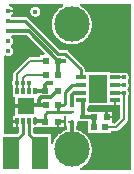
<source format=gbl>
G04*
G04 #@! TF.GenerationSoftware,Altium Limited,Altium Designer,20.0.10 (225)*
G04*
G04 Layer_Physical_Order=2*
G04 Layer_Color=417716*
%FSLAX44Y44*%
%MOMM*%
G71*
G01*
G75*
%ADD14C,0.3000*%
%ADD15C,0.2000*%
%ADD16C,0.4500*%
%ADD17C,3.0000*%
%ADD18R,0.5000X0.6000*%
%ADD19R,1.4000X2.8000*%
%ADD20R,0.6000X0.5000*%
G04:AMPARAMS|DCode=21|XSize=0.85mm|YSize=0.35mm|CornerRadius=0.0875mm|HoleSize=0mm|Usage=FLASHONLY|Rotation=0.000|XOffset=0mm|YOffset=0mm|HoleType=Round|Shape=RoundedRectangle|*
%AMROUNDEDRECTD21*
21,1,0.8500,0.1750,0,0,0.0*
21,1,0.6750,0.3500,0,0,0.0*
1,1,0.1750,0.3375,-0.0875*
1,1,0.1750,-0.3375,-0.0875*
1,1,0.1750,-0.3375,0.0875*
1,1,0.1750,0.3375,0.0875*
%
%ADD21ROUNDEDRECTD21*%
%ADD22R,0.8500X0.3500*%
%ADD23R,1.6000X2.4000*%
%ADD24R,0.3000X0.6000*%
G04:AMPARAMS|DCode=25|XSize=0.6mm|YSize=0.3mm|CornerRadius=0.075mm|HoleSize=0mm|Usage=FLASHONLY|Rotation=90.000|XOffset=0mm|YOffset=0mm|HoleType=Round|Shape=RoundedRectangle|*
%AMROUNDEDRECTD25*
21,1,0.6000,0.1500,0,0,90.0*
21,1,0.4500,0.3000,0,0,90.0*
1,1,0.1500,0.0750,0.2250*
1,1,0.1500,0.0750,-0.2250*
1,1,0.1500,-0.0750,-0.2250*
1,1,0.1500,-0.0750,0.2250*
%
%ADD25ROUNDEDRECTD25*%
%ADD26R,1.4600X1.4600*%
%ADD27R,0.5200X0.3600*%
%ADD28R,0.5200X0.2700*%
%ADD29C,0.2500*%
G36*
X109992Y2508D02*
X67242D01*
X66918Y4008D01*
X67486Y4265D01*
X68467Y4790D01*
X69413Y5378D01*
X70317Y6026D01*
X71178Y6732D01*
X71990Y7493D01*
X72751Y8305D01*
X73457Y9165D01*
X74105Y10070D01*
X74693Y11015D01*
X75218Y11997D01*
X75677Y13011D01*
X76069Y14053D01*
X76392Y15118D01*
X76645Y16202D01*
X76826Y17300D01*
X76936Y18408D01*
X76972Y19520D01*
X76936Y20633D01*
X76826Y21740D01*
X76645Y22838D01*
X76392Y23922D01*
X76069Y24987D01*
X75677Y26029D01*
X75218Y27043D01*
X74693Y28025D01*
X74105Y28970D01*
X73457Y29874D01*
X72751Y30735D01*
X71990Y31547D01*
X71178Y32308D01*
X70317Y33014D01*
X69413Y33663D01*
X68467Y34250D01*
X67486Y34775D01*
X66472Y35234D01*
X65430Y35626D01*
X64365Y35950D01*
X63334Y36190D01*
Y39801D01*
X64290D01*
Y42079D01*
X64840Y43351D01*
X65790Y43351D01*
X73427D01*
Y42526D01*
X73927D01*
Y33272D01*
X82427D01*
X82927Y33272D01*
Y33272D01*
X83927D01*
Y33272D01*
X92927D01*
Y35263D01*
X97565D01*
X98036Y35300D01*
X98495Y35410D01*
X98931Y35591D01*
X99334Y35838D01*
X99693Y36144D01*
X106378Y42829D01*
X106684Y43188D01*
X106931Y43590D01*
X107112Y44027D01*
X107222Y44486D01*
X107259Y44957D01*
Y64771D01*
X107379Y64907D01*
X107688Y65370D01*
X107935Y65870D01*
X108114Y66398D01*
X108223Y66944D01*
X108259Y67500D01*
X108223Y68056D01*
X108114Y68602D01*
X107935Y69130D01*
X107688Y69630D01*
X107379Y70093D01*
X107109Y70750D01*
X107379Y71407D01*
X107688Y71870D01*
X107935Y72370D01*
X108114Y72898D01*
X108223Y73444D01*
X108259Y74000D01*
X108223Y74556D01*
X108114Y75102D01*
X107935Y75630D01*
X107688Y76129D01*
X107379Y76593D01*
X107011Y77012D01*
X107379Y77907D01*
X107688Y78370D01*
X107935Y78870D01*
X108114Y79398D01*
X108223Y79944D01*
X108259Y80500D01*
X108223Y81056D01*
X108114Y81602D01*
X107935Y82130D01*
X107688Y82630D01*
X107379Y83093D01*
X107011Y83512D01*
X106593Y83879D01*
X106129Y84188D01*
X105630Y84435D01*
X105102Y84614D01*
X104556Y84723D01*
X104000Y84759D01*
X103444Y84723D01*
X102898Y84614D01*
X102370Y84435D01*
X102292Y84396D01*
X92083D01*
Y84896D01*
X72083D01*
X70840Y85517D01*
Y87568D01*
X70812Y87993D01*
X70729Y88411D01*
X70592Y88815D01*
X70403Y89197D01*
X70167Y89551D01*
X69886Y89871D01*
X56704Y103053D01*
X56384Y103334D01*
X56030Y103571D01*
X55648Y103759D01*
X55244Y103896D01*
X54826Y103979D01*
X54401Y104007D01*
X49357D01*
X22744Y130620D01*
X22424Y130901D01*
X22069Y131137D01*
X21687Y131326D01*
X21284Y131463D01*
X20866Y131546D01*
X20441Y131574D01*
X9017D01*
X8878Y131696D01*
X8749Y132094D01*
Y133039D01*
X8878Y133438D01*
X9297Y133805D01*
X9664Y134224D01*
X9974Y134687D01*
X10220Y135187D01*
X10399Y135714D01*
X10419Y135817D01*
X6285D01*
Y137817D01*
X10419D01*
X10399Y137919D01*
X10220Y138447D01*
X9974Y138946D01*
X9664Y139410D01*
X9297Y139828D01*
X8878Y140196D01*
X8415Y140505D01*
X7915Y140752D01*
X7387Y140931D01*
X7078Y140992D01*
X7225Y142492D01*
X52595D01*
X52919Y140992D01*
X52440Y140775D01*
X51458Y140250D01*
X50513Y139663D01*
X49608Y139014D01*
X48748Y138308D01*
X47936Y137547D01*
X47175Y136735D01*
X46469Y135875D01*
X45820Y134970D01*
X45233Y134025D01*
X44708Y133043D01*
X44248Y132029D01*
X43856Y130987D01*
X43533Y129922D01*
X43281Y128838D01*
X43099Y127740D01*
X42990Y126632D01*
X42954Y125520D01*
X42990Y124408D01*
X43099Y123300D01*
X43281Y122202D01*
X43533Y121118D01*
X43856Y120053D01*
X44248Y119011D01*
X44708Y117997D01*
X45233Y117015D01*
X45820Y116070D01*
X46469Y115166D01*
X47175Y114305D01*
X47936Y113493D01*
X48748Y112732D01*
X49608Y112026D01*
X50513Y111377D01*
X51458Y110790D01*
X52440Y110265D01*
X53454Y109806D01*
X54495Y109414D01*
X55561Y109090D01*
X56645Y108838D01*
X57743Y108656D01*
X58850Y108547D01*
X59963Y108511D01*
X61075Y108547D01*
X62183Y108656D01*
X63281Y108838D01*
X64365Y109090D01*
X65430Y109414D01*
X66472Y109806D01*
X67486Y110265D01*
X68467Y110790D01*
X69413Y111377D01*
X70317Y112026D01*
X71178Y112732D01*
X71990Y113493D01*
X72751Y114305D01*
X73457Y115166D01*
X74105Y116070D01*
X74693Y117015D01*
X75218Y117997D01*
X75677Y119011D01*
X76069Y120053D01*
X76392Y121118D01*
X76645Y122202D01*
X76826Y123300D01*
X76936Y124408D01*
X76972Y125520D01*
X76936Y126632D01*
X76826Y127740D01*
X76645Y128838D01*
X76392Y129922D01*
X76069Y130987D01*
X75677Y132029D01*
X75218Y133043D01*
X74693Y134025D01*
X74105Y134970D01*
X73457Y135875D01*
X72751Y136735D01*
X71990Y137547D01*
X71178Y138308D01*
X70317Y139014D01*
X69413Y139663D01*
X68467Y140250D01*
X67486Y140775D01*
X67006Y140992D01*
X67330Y142492D01*
X109992D01*
Y2508D01*
D02*
G37*
G36*
X37102Y101109D02*
X36528Y99723D01*
X33427D01*
Y97732D01*
X24973D01*
X24502Y97696D01*
X24043Y97585D01*
X23607Y97404D01*
X23205Y97158D01*
X22845Y96851D01*
X11372Y85378D01*
X11065Y85019D01*
X10819Y84616D01*
X10638Y84180D01*
X10528Y83721D01*
X10491Y83250D01*
Y79014D01*
X10488Y79012D01*
X10121Y78593D01*
X9811Y78130D01*
X9565Y77630D01*
X9386Y77102D01*
X9277Y76556D01*
X9241Y76000D01*
X9277Y75444D01*
X9386Y74898D01*
X9565Y74370D01*
X9811Y73871D01*
X9997Y73593D01*
Y64286D01*
X11697D01*
Y57287D01*
X20997D01*
Y55286D01*
X11697D01*
Y48286D01*
X9997D01*
Y44286D01*
X13497D01*
Y43286D01*
X14497D01*
Y38286D01*
X15240D01*
Y34346D01*
X13394Y32500D01*
X2508D01*
Y98482D01*
X3011Y98888D01*
X4008Y99227D01*
X4156Y99128D01*
X4655Y98882D01*
X5183Y98703D01*
X5729Y98594D01*
X6285Y98558D01*
X6841Y98594D01*
X7387Y98703D01*
X7915Y98882D01*
X8415Y99128D01*
X8878Y99438D01*
X9297Y99805D01*
X9664Y100224D01*
X9974Y100687D01*
X10220Y101187D01*
X10399Y101714D01*
X10508Y102261D01*
X10544Y102817D01*
X10508Y103373D01*
X10399Y103919D01*
X10220Y104447D01*
X9974Y104946D01*
X9664Y105409D01*
X9297Y105828D01*
X8878Y106196D01*
X8749Y106594D01*
Y107539D01*
X8878Y107938D01*
X9297Y108305D01*
X9664Y108724D01*
X9974Y109187D01*
X10220Y109687D01*
X10399Y110214D01*
X10508Y110761D01*
X10544Y111317D01*
X10508Y111873D01*
X10399Y112419D01*
X10220Y112947D01*
X9974Y113446D01*
X9664Y113910D01*
X9297Y114328D01*
X8878Y114696D01*
X8799Y114940D01*
X9527Y116309D01*
X21902D01*
X37102Y101109D01*
D02*
G37*
G36*
X97583Y57396D02*
X101241D01*
Y46203D01*
X96426Y41389D01*
X94922Y41529D01*
X94427Y42525D01*
Y46025D01*
X89427D01*
Y47025D01*
X88427D01*
Y51525D01*
X84927D01*
X83492Y51526D01*
X83427Y51526D01*
Y51526D01*
X73427D01*
X72894Y52806D01*
Y53723D01*
X72945Y53799D01*
X73191Y54299D01*
X73370Y54826D01*
X73479Y55373D01*
X73515Y55928D01*
X74821Y56896D01*
X92083D01*
Y57396D01*
X95583D01*
Y61146D01*
X97583D01*
Y57396D01*
D02*
G37*
G36*
X55090Y46501D02*
X55090Y46301D01*
Y39801D01*
X56319D01*
Y36126D01*
X55561Y35950D01*
X54495Y35626D01*
X53454Y35234D01*
X52440Y34775D01*
X51458Y34250D01*
X50513Y33663D01*
X49608Y33014D01*
X48748Y32308D01*
X47936Y31547D01*
X47175Y30735D01*
X46469Y29874D01*
X45820Y28970D01*
X45233Y28025D01*
X44708Y27043D01*
X44248Y26029D01*
X43856Y24987D01*
X43533Y23922D01*
X43500Y23779D01*
X42000Y23952D01*
Y32500D01*
X28323D01*
X26754Y34069D01*
Y36904D01*
X26863Y37179D01*
X27747Y38278D01*
X29247D01*
X29678Y38312D01*
X30099Y38413D01*
X30499Y38579D01*
X30868Y38805D01*
X32321Y38679D01*
X32321Y38679D01*
X41820D01*
X43320Y38678D01*
X43821Y38678D01*
X47321D01*
Y43178D01*
X48321D01*
Y44178D01*
X53320D01*
X53320Y47678D01*
X54731Y47894D01*
X54832D01*
X55090Y46501D01*
D02*
G37*
%LPC*%
G36*
X29040Y140576D02*
X28484Y140539D01*
X27937Y140431D01*
X27410Y140252D01*
X26910Y140005D01*
X26447Y139696D01*
X26028Y139328D01*
X25661Y138910D01*
X25351Y138446D01*
X25105Y137947D01*
X24926Y137419D01*
X24817Y136873D01*
X24780Y136317D01*
X24817Y135761D01*
X24926Y135214D01*
X25105Y134687D01*
X25351Y134187D01*
X25661Y133724D01*
X26028Y133305D01*
X26447Y132938D01*
X26910Y132628D01*
X27410Y132382D01*
X27937Y132203D01*
X28484Y132094D01*
X29040Y132058D01*
X29595Y132094D01*
X30142Y132203D01*
X30670Y132382D01*
X31169Y132628D01*
X31632Y132938D01*
X32051Y133305D01*
X32419Y133724D01*
X32728Y134187D01*
X32975Y134687D01*
X33154Y135214D01*
X33262Y135761D01*
X33299Y136317D01*
X33262Y136873D01*
X33154Y137419D01*
X32975Y137947D01*
X32728Y138446D01*
X32419Y138910D01*
X32051Y139328D01*
X31632Y139696D01*
X31169Y140005D01*
X30670Y140252D01*
X30142Y140431D01*
X29595Y140539D01*
X29040Y140576D01*
D02*
G37*
G36*
X12497Y42286D02*
X9997D01*
Y38286D01*
X12497D01*
Y42286D01*
D02*
G37*
G36*
X94427Y51525D02*
X90427D01*
Y48025D01*
X94427D01*
Y51525D01*
D02*
G37*
G36*
X53320Y42178D02*
X49321D01*
Y38678D01*
X53320D01*
Y42178D01*
D02*
G37*
%LPD*%
D14*
X20997Y57021D02*
X31500D01*
X7286Y56286D02*
X20997D01*
X7250Y56250D02*
X7286Y56286D01*
X31500Y57021D02*
X37927D01*
X32000Y57521D02*
Y61750D01*
X31500Y57021D02*
X32000Y57521D01*
X34230Y63980D02*
X42622D01*
X32000Y61750D02*
X34230Y63980D01*
X47820Y69179D02*
X48320D01*
X42622Y63980D02*
X47820Y69179D01*
X67583Y67646D02*
X69333D01*
X62146D02*
X67583D01*
X6285Y119817D02*
X23355D01*
X46927Y95723D02*
X47927Y94723D01*
X23355Y119817D02*
X46927Y96245D01*
Y95723D02*
Y96245D01*
X69386Y47205D02*
Y61093D01*
X47927Y94724D02*
X53480D01*
X47927Y94723D02*
X47927Y94724D01*
X37250Y74000D02*
X39250Y76000D01*
X42750D02*
X42750Y76000D01*
X39250Y76000D02*
X42750D01*
X28497Y69180D02*
X37274D01*
Y69156D02*
X37285Y69145D01*
X37274Y69156D02*
Y69180D01*
X37250Y69251D02*
X37321Y69180D01*
X37250Y69251D02*
Y74000D01*
X20997Y56286D02*
Y57021D01*
X47927Y82725D02*
Y94723D01*
X78427Y38272D02*
X78427Y38272D01*
Y47026D01*
X78427Y47026D01*
X37285Y69145D02*
X37321Y69180D01*
X60000Y57000D02*
Y65500D01*
X62146Y67646D01*
X69440Y47151D02*
X69502Y47089D01*
X78365D01*
X78427Y47026D01*
X69386Y47205D02*
X69440Y47151D01*
X69333Y61146D02*
X69386Y61093D01*
X28497Y69180D02*
Y69286D01*
X59826Y19657D02*
Y43015D01*
Y19657D02*
X59963Y19520D01*
X29514Y43233D02*
X37267D01*
D15*
X104250Y44957D02*
Y67500D01*
X98406Y67573D02*
X104000D01*
X98406Y74073D02*
X104000D01*
X98406Y80573D02*
X104000D01*
X97565Y38272D02*
X104250Y44957D01*
X88427Y38272D02*
X97565D01*
X13498Y75998D02*
X13500Y76000D01*
Y83250D01*
X24973Y94723D02*
X37927D01*
X13500Y83250D02*
X24973Y94723D01*
X18500Y76000D02*
Y80097D01*
X21128Y82725D02*
X37927D01*
X18500Y80097D02*
X21128Y82725D01*
X18500Y76000D02*
X18500Y76000D01*
X13498Y69288D02*
Y75998D01*
X18498Y69288D02*
Y75998D01*
X23497Y69286D02*
X23498Y69288D01*
Y75998D01*
X23500Y76000D01*
X98333Y80646D02*
X98406Y80573D01*
D16*
X29040Y136317D02*
D03*
X6285Y128317D02*
D03*
Y102817D02*
D03*
Y111317D02*
D03*
Y119817D02*
D03*
Y136817D02*
D03*
X77250Y88500D02*
D03*
X6750Y52500D02*
D03*
Y60250D02*
D03*
X37000Y36250D02*
D03*
X31000D02*
D03*
X53480Y94724D02*
D03*
X42750Y76000D02*
D03*
X97250Y51250D02*
D03*
Y46000D02*
D03*
X17000Y139000D02*
D03*
X39000Y131000D02*
D03*
Y139000D02*
D03*
X20000Y113000D02*
D03*
X14000D02*
D03*
X105000Y15000D02*
D03*
X95000D02*
D03*
X85000D02*
D03*
Y5000D02*
D03*
X95000D02*
D03*
X105000D02*
D03*
Y125000D02*
D03*
X95000D02*
D03*
X85000D02*
D03*
Y135000D02*
D03*
X95000D02*
D03*
X105000D02*
D03*
X69256Y55928D02*
D03*
X13500Y76000D02*
D03*
X18500D02*
D03*
X23500D02*
D03*
X104000Y67500D02*
D03*
Y74000D02*
D03*
Y80500D02*
D03*
X60000Y57000D02*
D03*
D17*
X59963Y19520D02*
D03*
Y125520D02*
D03*
D18*
X47927Y94723D02*
D03*
X37927D02*
D03*
X47927Y82725D02*
D03*
X37927D02*
D03*
X78427Y38272D02*
D03*
X88427D02*
D03*
X37927Y57021D02*
D03*
X47927D02*
D03*
D19*
X32929Y16279D02*
D03*
X8929Y16279D02*
D03*
D20*
X48320Y69179D02*
D03*
X37321Y69180D02*
D03*
X48320Y43178D02*
D03*
X37321Y43179D02*
D03*
X78427Y47026D02*
D03*
X89427Y47025D02*
D03*
D21*
X67583Y61146D02*
D03*
D22*
Y67646D02*
D03*
Y74146D02*
D03*
Y80646D02*
D03*
X96583D02*
D03*
Y74146D02*
D03*
Y67646D02*
D03*
Y61146D02*
D03*
D23*
X82083Y70896D02*
D03*
D24*
X28497Y69286D02*
D03*
X23497D02*
D03*
X18497D02*
D03*
X13497D02*
D03*
Y43286D02*
D03*
X18497D02*
D03*
X23497Y43286D02*
D03*
D25*
X28497D02*
D03*
D26*
X20997Y56286D02*
D03*
D27*
X69440Y47151D02*
D03*
D28*
X59690Y51151D02*
D03*
Y43151D02*
D03*
D29*
X54401Y100750D02*
X67583Y87568D01*
X48008Y100750D02*
X54401D01*
X67583Y80646D02*
Y87568D01*
X6285Y128317D02*
X20441D01*
X48008Y100750D01*
X54500Y58500D02*
Y67974D01*
X60588Y74063D02*
X69250D01*
X54500Y67974D02*
X60588Y74063D01*
X69250D02*
X69333Y74146D01*
X47927Y57021D02*
X47948Y57000D01*
X53000D01*
X54500Y58500D01*
X47927Y51151D02*
Y57021D01*
Y51151D02*
X59690D01*
X39401D02*
X47927D01*
X37267Y43233D02*
Y49017D01*
X39401Y51151D01*
X11250Y26500D02*
X12000D01*
X18497Y32997D02*
Y43286D01*
X12000Y26500D02*
X18497Y32997D01*
X32929Y16279D02*
Y23279D01*
X23497Y32720D02*
X29983Y26233D01*
X23497Y32720D02*
Y43286D01*
M02*

</source>
